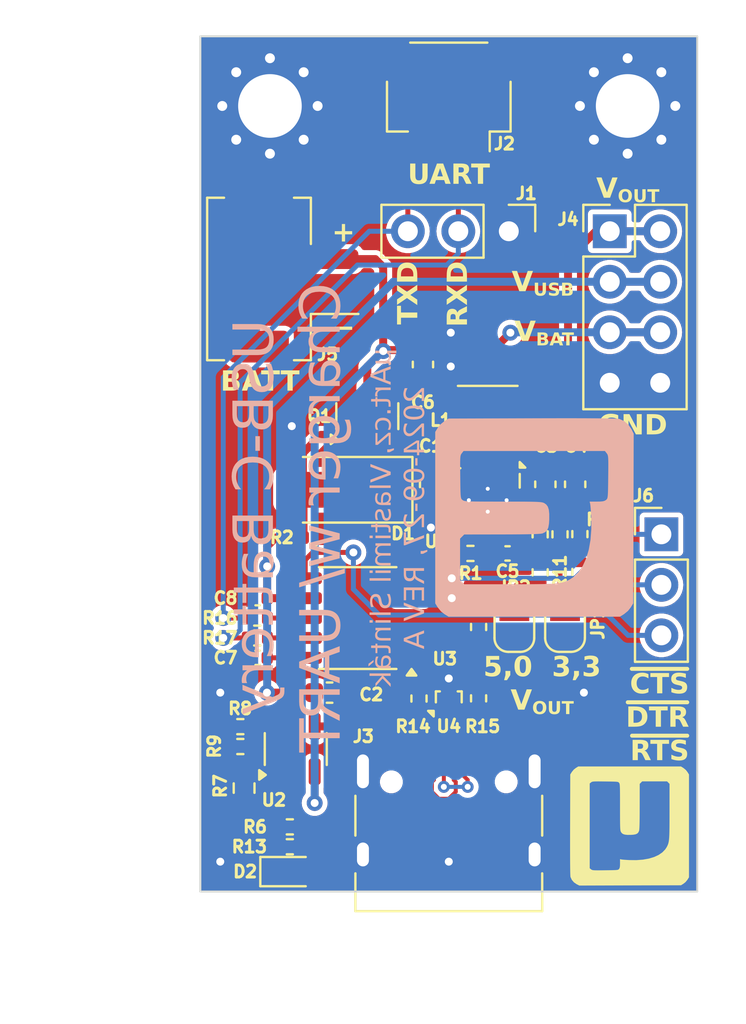
<source format=kicad_pcb>
(kicad_pcb
	(version 20240108)
	(generator "pcbnew")
	(generator_version "8.0")
	(general
		(thickness 1.09)
		(legacy_teardrops no)
	)
	(paper "A4")
	(title_block
		(title "USB-C Battery Charger")
		(date "2024-09-27")
		(rev "A")
		(company "μArt.cz")
		(comment 1 "Vlastimil Slinták")
	)
	(layers
		(0 "F.Cu" signal)
		(31 "B.Cu" signal)
		(32 "B.Adhes" user "B.Adhesive")
		(33 "F.Adhes" user "F.Adhesive")
		(34 "B.Paste" user)
		(35 "F.Paste" user)
		(36 "B.SilkS" user "B.Silkscreen")
		(37 "F.SilkS" user "F.Silkscreen")
		(38 "B.Mask" user)
		(39 "F.Mask" user)
		(40 "Dwgs.User" user "User.Drawings")
		(41 "Cmts.User" user "User.Comments")
		(42 "Eco1.User" user "User.Eco1")
		(43 "Eco2.User" user "User.Eco2")
		(44 "Edge.Cuts" user)
		(45 "Margin" user)
		(46 "B.CrtYd" user "B.Courtyard")
		(47 "F.CrtYd" user "F.Courtyard")
		(48 "B.Fab" user)
		(49 "F.Fab" user)
		(50 "User.1" user)
		(51 "User.2" user)
		(52 "User.3" user)
		(53 "User.4" user)
		(54 "User.5" user)
		(55 "User.6" user)
		(56 "User.7" user)
		(57 "User.8" user)
		(58 "User.9" user)
	)
	(setup
		(stackup
			(layer "F.SilkS"
				(type "Top Silk Screen")
			)
			(layer "F.Paste"
				(type "Top Solder Paste")
			)
			(layer "F.Mask"
				(type "Top Solder Mask")
				(thickness 0.01)
			)
			(layer "F.Cu"
				(type "copper")
				(thickness 0.035)
			)
			(layer "dielectric 1"
				(type "core")
				(thickness 1)
				(material "FR4")
				(epsilon_r 4.5)
				(loss_tangent 0.02)
			)
			(layer "B.Cu"
				(type "copper")
				(thickness 0.035)
			)
			(layer "B.Mask"
				(type "Bottom Solder Mask")
				(thickness 0.01)
			)
			(layer "B.Paste"
				(type "Bottom Solder Paste")
			)
			(layer "B.SilkS"
				(type "Bottom Silk Screen")
			)
			(copper_finish "None")
			(dielectric_constraints no)
		)
		(pad_to_mask_clearance 0)
		(allow_soldermask_bridges_in_footprints no)
		(aux_axis_origin 120 97)
		(grid_origin 120 97)
		(pcbplotparams
			(layerselection 0x00010fc_ffffffff)
			(plot_on_all_layers_selection 0x0000000_00000000)
			(disableapertmacros no)
			(usegerberextensions yes)
			(usegerberattributes no)
			(usegerberadvancedattributes no)
			(creategerberjobfile no)
			(dashed_line_dash_ratio 12.000000)
			(dashed_line_gap_ratio 3.000000)
			(svgprecision 6)
			(plotframeref no)
			(viasonmask no)
			(mode 1)
			(useauxorigin no)
			(hpglpennumber 1)
			(hpglpenspeed 20)
			(hpglpendiameter 15.000000)
			(pdf_front_fp_property_popups yes)
			(pdf_back_fp_property_popups yes)
			(dxfpolygonmode yes)
			(dxfimperialunits yes)
			(dxfusepcbnewfont yes)
			(psnegative no)
			(psa4output no)
			(plotreference yes)
			(plotvalue no)
			(plotfptext yes)
			(plotinvisibletext no)
			(sketchpadsonfab no)
			(subtractmaskfromsilk yes)
			(outputformat 1)
			(mirror no)
			(drillshape 0)
			(scaleselection 1)
			(outputdirectory "../gerbers/")
		)
	)
	(net 0 "")
	(net 1 "GND")
	(net 2 "VCC")
	(net 3 "+5V")
	(net 4 "+3V3")
	(net 5 "Net-(U1-EN)")
	(net 6 "+BATT")
	(net 7 "Net-(U3-V3)")
	(net 8 "Net-(D2-K)")
	(net 9 "/D-")
	(net 10 "/D+")
	(net 11 "Net-(JP1-A)")
	(net 12 "Net-(JP1-B)")
	(net 13 "Net-(JP2-A)")
	(net 14 "Net-(U1-L1)")
	(net 15 "Net-(U1-L2)")
	(net 16 "Net-(U1-FB)")
	(net 17 "Net-(R3-Pad2)")
	(net 18 "Net-(U2-STAT)")
	(net 19 "Net-(U2-PROG)")
	(net 20 "Net-(U3-TXD)")
	(net 21 "Net-(U3-RXD)")
	(net 22 "Net-(R13-Pad1)")
	(net 23 "Net-(R10-Pad1)")
	(net 24 "Net-(J1-Pin_2)")
	(net 25 "unconnected-(J3-SBU1-PadA8)")
	(net 26 "Net-(J3-CC2)")
	(net 27 "Net-(J3-CC1)")
	(net 28 "unconnected-(J3-SBU2-PadB8)")
	(net 29 "Net-(J6-Pin_2)")
	(net 30 "Net-(J6-Pin_1)")
	(net 31 "Net-(J6-Pin_3)")
	(net 32 "Net-(J1-Pin_3)")
	(footprint "Resistor_SMD:R_0402_1005Metric" (layer "F.Cu") (at 124.5 136.75))
	(footprint "LED_SMD:LED_0603_1608Metric" (layer "F.Cu") (at 124.5 139))
	(footprint "Connector_JST:JST_PH_B2B-PH-SM4-TB_1x02-1MP_P2.00mm_Vertical" (layer "F.Cu") (at 124.7 109.2 90))
	(footprint "Connector_PinHeader_2.54mm:PinHeader_1x03_P2.54mm_Vertical" (layer "F.Cu") (at 135.52 106.8 -90))
	(footprint "LOGO" (layer "F.Cu") (at 141.6 136.7))
	(footprint "Capacitor_SMD:C_0402_1005Metric" (layer "F.Cu") (at 122.88 128.25 180))
	(footprint "Capacitor_SMD:C_0603_1608Metric" (layer "F.Cu") (at 138.86 119.525 -90))
	(footprint "Resistor_SMD:R_0402_1005Metric" (layer "F.Cu") (at 139.0975 122.03 -90))
	(footprint "Resistor_SMD:R_0402_1005Metric" (layer "F.Cu") (at 133.59 123 180))
	(footprint "Capacitor_SMD:C_0603_1608Metric" (layer "F.Cu") (at 131.2 113.5 -90))
	(footprint "Connector_JST:JST_SH_SM04B-SRSS-TB_1x04-1MP_P1.00mm_Horizontal" (layer "F.Cu") (at 132.5 100 180))
	(footprint "MountingHole:MountingHole_3.2mm_M3_Pad_Via" (layer "F.Cu") (at 141.5 100.5))
	(footprint "Capacitor_SMD:C_0603_1608Metric" (layer "F.Cu") (at 126.5 130))
	(footprint "Resistor_SMD:R_0402_1005Metric" (layer "F.Cu") (at 124.5 137.75 180))
	(footprint "MountingHole:MountingHole_3.2mm_M3_Pad_Via" (layer "F.Cu") (at 123.5 100.5))
	(footprint "Package_SON:Texas_DRC0010J_ThermalVias" (layer "F.Cu") (at 134.46 120.325 -90))
	(footprint "Jumper:SolderJumper-2_P1.3mm_Open_RoundedPad1.0x1.5mm" (layer "F.Cu") (at 138.35 126.55 -90))
	(footprint "Package_TO_SOT_SMD:SOT-23" (layer "F.Cu") (at 128.4 116.1 90))
	(footprint "Resistor_SMD:R_0402_1005Metric" (layer "F.Cu") (at 134 126.7 90))
	(footprint "Resistor_SMD:R_0402_1005Metric" (layer "F.Cu") (at 134 130.2875 90))
	(footprint "Resistor_SMD:R_0402_1005Metric" (layer "F.Cu") (at 131 130.2975 90))
	(footprint "Connector_PinHeader_2.54mm:PinHeader_1x03_P2.54mm_Vertical" (layer "F.Cu") (at 143.2 122.04))
	(footprint "Capacitor_SMD:C_0402_1005Metric" (layer "F.Cu") (at 122.88 125.25 180))
	(footprint "Resistor_SMD:R_0603_1608Metric" (layer "F.Cu") (at 122.2 134.8 -90))
	(footprint "Resistor_SMD:R_0402_1005Metric" (layer "F.Cu") (at 122.01 132.71 180))
	(footprint "Resistor_SMD:R_0402_1005Metric" (layer "F.Cu") (at 137.0975 123.95 -90))
	(footprint "Resistor_SMD:R_0402_1005Metric" (layer "F.Cu") (at 122.01 131.71 180))
	(footprint "Package_TO_SOT_SMD:Texas_DRT-3" (layer "F.Cu") (at 132.5 130.4875))
	(footprint "Resistor_SMD:R_0402_1005Metric" (layer "F.Cu") (at 125.7 122.2 180))
	(footprint "Resistor_SMD:R_0402_1005Metric" (layer "F.Cu") (at 122.86 126.25 180))
	(footprint "Resistor_SMD:R_0402_1005Metric" (layer "F.Cu") (at 122.86 127.25 180))
	(footprint "Resistor_SMD:R_0402_1005Metric" (layer "F.Cu") (at 138.0975 122.04 90))
	(footprint "Connector_USB:USB_C_Receptacle_HRO_TYPE-C-31-M-12" (layer "F.Cu") (at 132.5 137.0875))
	(footprint "Jumper:SolderJumper-2_P1.3mm_Open_RoundedPad1.0x1.5mm" (layer "F.Cu") (at 135.8 126.55 -90))
	(footprint "Capacitor_SMD:C_0402_1005Metric" (layer "F.Cu") (at 135.4575 123))
	(footprint "Diode_SMD:D_SMA" (layer "F.Cu") (at 127.16 119.8 180))
	(footprint "Package_SO:SSOP-10-1EP_3.9x4.9mm_P1mm_EP2.1x3.3mm" (layer "F.Cu") (at 127.9125 126.25 180))
	(footprint "Resistor_SMD:R_0402_1005Metric"
		(layer "F.Cu")
		(uuid "da70440d-c254-4003-836c-024f4c039683")
		(at 137.0975 122.04 90)
		(descr "Resistor SMD 0402 (1005 Metric), square (rectangular) end terminal, IPC_7351 nominal, (Body size source: IPC-SM-782 page 72, https://www.pcb-3d.com/wordpress/wp-content/uploads/ipc-sm-782a_amendment_1_and_2.pdf), generated with kicad-footprint-generator")
		(tags "resistor")
		(property "Reference" "R10"
			(at 0.74 3.2025 180)
			(layer "F.SilkS")
			(uuid "68ce3e73-a002-4b1e-961a-4dd386a191eb")
			(effects
				(font
					(size 0.6 0.6)
					(thickness 0.15)
				)
			)
		)
		(property "Value" "10k"
			(at 0 1.17 90)
			(layer "F.Fab")
			(uuid "8b3fd7ee-a0b3-4671-9c9d-2d4da126fc93")
			(effects
				(font
					(size 1 1)
					(thickness 0.15)
				)
			)
		)
		(property "Footprint" "Resistor_SMD:R_0402_1005Metric"
			(at 0 0 90)
			(unlocked yes)
			(layer "F.Fab")
			(hide yes)
			(uuid "eb230b19-5bc5-4dc3-a64a-c0dac6ec786e")
			(effects
				(font
					(size 1.27 1.27)
					(thickness 0.15)
				)
			)
		)
		(property "Datasheet" ""
			(at 0 0 90)
			(unlocked yes)
			(layer "F.Fab")
			(hide yes)
			(uuid "cd0497a2-68fd-45b3-9ae5-996ed668f871")
			(effects
				(font
					(size 1.27 1.27)
					(thickness 0.15)
				)
			)
		)
		(property "Description" "Resistor"
			(at 0 0 90)
			(unlocked yes)
			(layer "F.Fab")
			(hide yes)
			(uuid "a16a3f2e-e045-433f-85ea-79f0c60d61a6")
			(effects
				(font
					(size 1.27 1.27)
					(thickness 0.15)
				)
			)
		)
		(property "LCSC" "C25744"
			(at 0 0 90)
			(unlocked yes)
			(layer "F.Fab")
			(hide yes)
			(uuid "fb9e4320-10fb-47d9-ab3f-03
... [343659 chars truncated]
</source>
